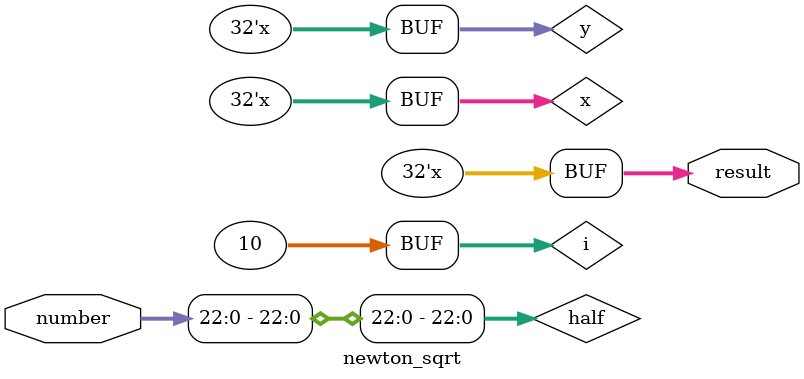
<source format=v>
module newton_sqrt (
    input wire [31:0] number, // ÊäÈëµÄ¸¡µãÊý£¬IEEE 754¸ñÊ½
    output reg [31:0] result // ¼ÆËã½á¹û£¬IEEE 754¸ñÊ½
);

    reg [31:0] x; // µ±Ç°µü´úÖµ
    reg [31:0] y; // ÉÏÒ»´Îµü´úÖµ
    reg [31:0] half; // number µÄÒ»°ë
    integer i;

    initial begin
        x = 32'h3f800000; // ³õÊ¼ÖµÎª1.0£¬IEEE 754¸ñÊ½
        half = {number[31], number[30:23] - 1, number[22:0]};
    end

    always @(*) begin
        y = x;
        for (i = 0; i < 10; i = i + 1) begin
            y = x;
            x = x * (32'h3fc00000 - (half * x * x)); // µü´ú¹«Ê½
        end
        result = x;
    end

endmodule

</source>
